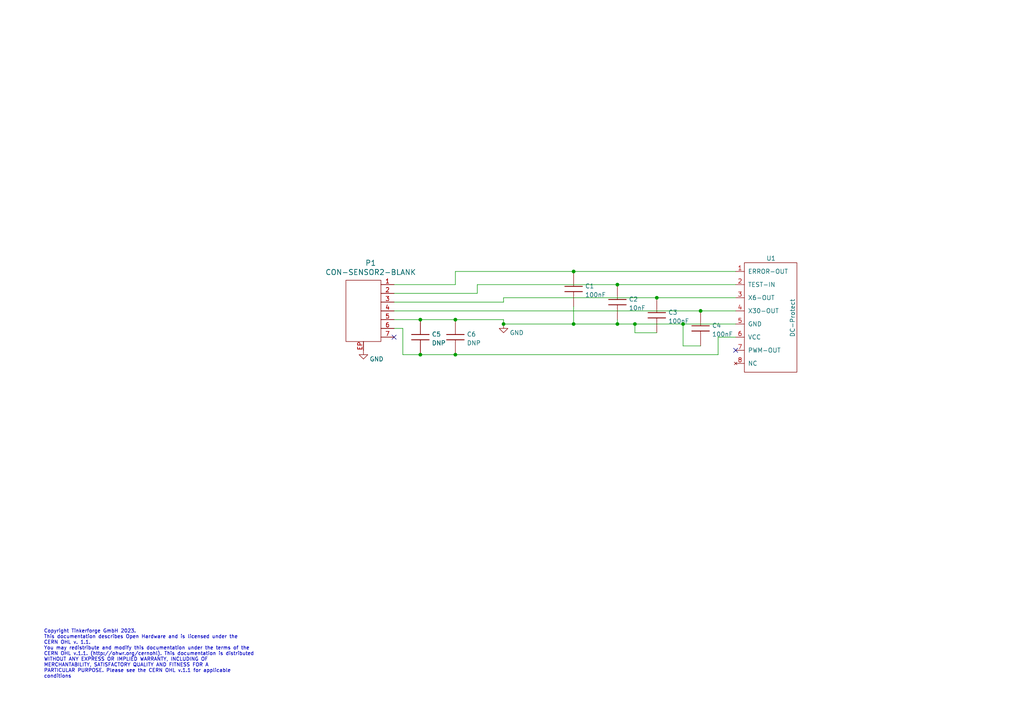
<source format=kicad_sch>
(kicad_sch (version 20230121) (generator eeschema)
  (paper "A4")
  (title_block (title "DC Protect Tilted X804") (date "2023-02-03") (rev "1.4") (company "Tinkerforge GmbH") (comment 1 "Licensed under CERN OHL v.1.1") (comment 2 "Copyright (©) 2023, T.Schneidermann <tim@tinkerforge.com>"))
  (lib_symbols
    (symbol "tinkerforge:C" (pin_numbers hide) (pin_names (offset 0.254))
      (property "Reference" "C" (at 1.27 2.54 0))
      (property "Value" "C" (at 1.27 -2.54 0))
      (symbol "C_0_1"
        (polyline (pts (xy -2.54 -0.762) (xy 2.54 -0.762)) (stroke (width 0.254)))
        (polyline (pts (xy -2.54 0.762) (xy 2.54 0.762)) (stroke (width 0.254)))
      )
      (symbol "C_1_1"
        (pin passive line (at 0 5.08 270) (length 4.318) (name "~") (number "1"))
        (pin passive line (at 0 -5.08 90) (length 4.318) (name "~") (number "2"))
      )
    )
    (symbol "tinkerforge:CON-SENSOR2-BLANK" (pin_names (offset 1.016))
      (property "Reference" "P" (at -3.81 10.16 0))
      (property "Value" "CON-SENSOR2-BLANK" (at 3.81 0 90))
      (symbol "CON-SENSOR2-BLANK_0_1"
        (rectangle (start -5.08 8.89) (end 5.08 -8.89))
      )
      (symbol "CON-SENSOR2-BLANK_1_1"
        (pin passive line (at -8.89 7.62 0) (length 3.81) (name "~") (number "1"))
        (pin passive line (at -8.89 5.08 0) (length 3.81) (name "~") (number "2"))
        (pin passive line (at -8.89 2.54 0) (length 3.81) (name "~") (number "3"))
        (pin passive line (at -8.89 0 0) (length 3.81) (name "~") (number "4"))
        (pin passive line (at -8.89 -2.54 0) (length 3.81) (name "~") (number "5"))
        (pin passive line (at -8.89 -5.08 0) (length 3.81) (name "~") (number "6"))
        (pin passive line (at -8.89 -7.62 0) (length 3.81) (name "~") (number "7"))
        (pin passive line (at 0 -11.43 90) (length 2.54) (name "~") (number "EP"))
      )
    )
    (symbol "tinkerforge:DC-Protect" (pin_names (offset 1.016))
      (property "Reference" "U" (at 0 16.51 0))
      (property "Value" "DC-Protect" (at 6.35 0 90))
      (symbol "DC-Protect_0_1"
        (rectangle (start -7.62 15.24) (end 7.62 -16.51))
      )
      (symbol "DC-Protect_1_1"
        (pin input line (at -10.16 12.7 0) (length 2.54) (name "ERROR-OUT") (number "1"))
        (pin input line (at -10.16 8.89 0) (length 2.54) (name "TEST-IN") (number "2"))
        (pin input line (at -10.16 5.08 0) (length 2.54) (name "X6-OUT") (number "3"))
        (pin input line (at -10.16 1.27 0) (length 2.54) (name "X30-OUT") (number "4"))
        (pin input line (at -10.16 -2.54 0) (length 2.54) (name "GND") (number "5"))
        (pin input line (at -10.16 -6.35 0) (length 2.54) (name "VCC") (number "6"))
        (pin input line (at -10.16 -10.16 0) (length 2.54) (name "PWM-OUT") (number "7"))
        (pin no_connect line (at -10.16 -13.97 0) (length 2.54) (name "NC") (number "8"))
      )
    )
    (symbol "tinkerforge:GND" (power) (pin_names (offset 0))
      (property "Value" "GND" (at 0 -5.08 0))
      (symbol "GND_0_1"
        (polyline (pts (xy 0 0) (xy 0 -1.27) (xy 1.27 -1.27) (xy 0 -2.54) (xy -1.27 -1.27) (xy 0 -1.27)))
      )
      (symbol "GND_1_1"
        (pin power_in line (at 0 0 270) (length 0) hide (name "GND") (number "1"))
      )
    )
  )
  (junction (at 184.15 93.98))
  (junction (at 146.05 93.98))
  (junction (at 132.08 92.71))
  (junction (at 121.92 92.71))
  (junction (at 179.07 93.98))
  (junction (at 132.08 102.87))
  (junction (at 121.92 102.87))
  (junction (at 190.5 86.36))
  (junction (at 203.2 90.17))
  (junction (at 166.37 93.98))
  (junction (at 166.37 78.74))
  (junction (at 179.07 82.55))
  (junction (at 198.12 93.98))
  (no_connect (at 213.36 101.6))
  (no_connect (at 114.3 97.79))
  (wire (pts (xy 132.08 78.74) (xy 166.37 78.74)))
  (wire (pts (xy 138.43 85.09) (xy 114.3 85.09)))
  (wire (pts (xy 114.3 82.55) (xy 132.08 82.55)))
  (wire (pts (xy 166.37 88.9) (xy 166.37 93.98)))
  (wire (pts (xy 138.43 82.55) (xy 138.43 85.09)))
  (wire (pts (xy 114.3 87.63) (xy 146.05 87.63)))
  (wire (pts (xy 166.37 93.98) (xy 179.07 93.98)))
  (wire (pts (xy 203.2 100.33) (xy 198.12 100.33)))
  (wire (pts (xy 146.05 92.71) (xy 146.05 93.98)))
  (wire (pts (xy 121.92 92.71) (xy 132.08 92.71)))
  (wire (pts (xy 132.08 92.71) (xy 146.05 92.71)))
  (wire (pts (xy 146.05 87.63) (xy 146.05 86.36)))
  (wire (pts (xy 190.5 96.52) (xy 184.15 96.52)))
  (wire (pts (xy 121.92 102.87) (xy 132.08 102.87)))
  (wire (pts (xy 146.05 93.98) (xy 166.37 93.98)))
  (wire (pts (xy 179.07 92.71) (xy 179.07 93.98)))
  (wire (pts (xy 132.08 102.87) (xy 208.28 102.87)))
  (wire (pts (xy 184.15 93.98) (xy 184.15 96.52)))
  (wire (pts (xy 116.84 102.87) (xy 121.92 102.87)))
  (wire (pts (xy 198.12 100.33) (xy 198.12 93.98)))
  (wire (pts (xy 132.08 82.55) (xy 132.08 78.74)))
  (wire (pts (xy 190.5 86.36) (xy 213.36 86.36)))
  (wire (pts (xy 114.3 92.71) (xy 121.92 92.71)))
  (wire (pts (xy 138.43 82.55) (xy 179.07 82.55)))
  (wire (pts (xy 116.84 102.87) (xy 116.84 95.25)))
  (wire (pts (xy 184.15 93.98) (xy 198.12 93.98)))
  (wire (pts (xy 208.28 97.79) (xy 208.28 102.87)))
  (wire (pts (xy 114.3 90.17) (xy 203.2 90.17)))
  (wire (pts (xy 179.07 93.98) (xy 184.15 93.98)))
  (wire (pts (xy 203.2 90.17) (xy 213.36 90.17)))
  (wire (pts (xy 213.36 97.79) (xy 208.28 97.79)))
  (wire (pts (xy 179.07 82.55) (xy 213.36 82.55)))
  (wire (pts (xy 166.37 78.74) (xy 213.36 78.74)))
  (wire (pts (xy 146.05 86.36) (xy 190.5 86.36)))
  (wire (pts (xy 198.12 93.98) (xy 213.36 93.98)))
  (wire (pts (xy 114.3 95.25) (xy 116.84 95.25)))
  (text "Copyright Tinkerforge GmbH 2023.\nThis documentation describes Open Hardware and is licensed under the\nCERN OHL v. 1.1.\nYou may redistribute and modify this documentation under the terms of the\nCERN OHL v.1.1. (http://ohwr.org/cernohl). This documentation is distributed\nWITHOUT ANY EXPRESS OR IMPLIED WARRANTY, INCLUDING OF\nMERCHANTABILITY, SATISFACTORY QUALITY AND FITNESS FOR A\nPARTICULAR PURPOSE. Please see the CERN OHL v.1.1 for applicable\nconditions\n" (at 12.7 196.85 0) (effects (font (size 1.016 1.016)) (justify left bottom)))
  (symbol (lib_id "tinkerforge:DC-Protect") (at 223.52 91.44 0) (unit 1)
    (property "Reference" "U1" (at 222.25 74.93 0) (effects (justify left)))
    (property "Value" "DC-Protect" (at 229.87 97.79 90) (effects (justify left)))
    (property "Footprint" "kicad-libraries:DC-Protect" (effects hide))
  )
  (symbol (lib_id "tinkerforge:GND") (at 146.05 93.98 0) (unit 1)
    (property "Reference" "#PWR0101" (effects hide))
    (property "Value" "GND" (at 149.86 96.52 0))
  )
  (symbol (lib_id "tinkerforge:CON-SENSOR2-BLANK") (at 105.41 90.17 0) (mirror y) (unit 1)
    (property "Reference" "P1" (at 107.5182 76.2762 0) (effects (font (size 1.524 1.524))))
    (property "Value" "CON-SENSOR2-BLANK" (at 107.5182 78.9686 0) (effects (font (size 1.524 1.524))))
    (property "Footprint" "kicad-libraries:CON-SENSOR2_180" (effects hide))
  )
  (symbol (lib_id "tinkerforge:GND") (at 105.41 101.6 0) (unit 1)
    (property "Reference" "#PWR0102" (effects hide))
    (property "Value" "GND" (at 109.22 104.14 0))
  )
  (symbol (lib_id "tinkerforge:C") (at 166.37 83.82 0) (unit 1)
    (property "Reference" "C1" (at 169.672 82.9853 0) (effects (justify left)))
    (property "Value" "100nF" (at 169.672 85.5222 0) (effects (justify left)))
    (property "Footprint" "kicad-libraries:C0402E" (effects hide))
  )
  (symbol (lib_id "tinkerforge:C") (at 121.92 97.79 0) (unit 1)
    (property "Reference" "C5" (at 125.222 96.9553 0) (effects (justify left)))
    (property "Value" "DNP" (at 125.222 99.4922 0) (effects (justify left)))
    (property "Footprint" "kicad-libraries:C0805E" (effects hide))
  )
  (symbol (lib_id "tinkerforge:C") (at 203.2 95.25 0) (unit 1)
    (property "Reference" "C4" (at 206.502 94.4153 0) (effects (justify left)))
    (property "Value" "100nF" (at 206.502 96.9522 0) (effects (justify left)))
    (property "Footprint" "kicad-libraries:C0402E" (effects hide))
  )
  (symbol (lib_id "tinkerforge:C") (at 179.07 87.63 0) (unit 1)
    (property "Reference" "C2" (at 182.372 86.7953 0) (effects (justify left)))
    (property "Value" "10nF" (at 182.372 89.3322 0) (effects (justify left)))
    (property "Footprint" "kicad-libraries:C0402E" (effects hide))
  )
  (symbol (lib_id "tinkerforge:C") (at 190.5 91.44 0) (unit 1)
    (property "Reference" "C3" (at 193.802 90.6053 0) (effects (justify left)))
    (property "Value" "100nF" (at 193.802 93.1422 0) (effects (justify left)))
    (property "Footprint" "kicad-libraries:C0402E" (effects hide))
  )
  (symbol (lib_id "tinkerforge:C") (at 132.08 97.79 0) (unit 1)
    (property "Reference" "C6" (at 135.382 96.9553 0) (effects (justify left)))
    (property "Value" "DNP" (at 135.382 99.4922 0) (effects (justify left)))
    (property "Footprint" "kicad-libraries:C0402E" (effects hide))
  )
)
</source>
